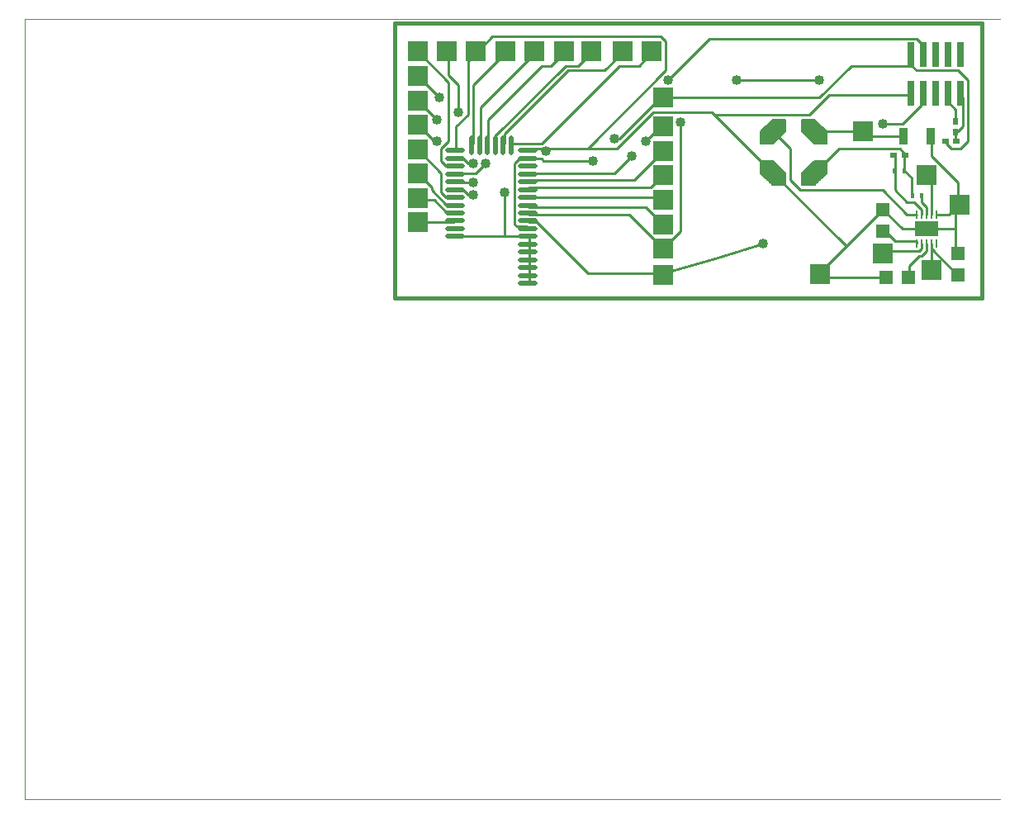
<source format=gtl>
G75*
%MOIN*%
%OFA0B0*%
%FSLAX25Y25*%
%IPPOS*%
%LPD*%
%AMOC8*
5,1,8,0,0,1.08239X$1,22.5*
%
%ADD10C,0.00000*%
%ADD11C,0.01600*%
%ADD12R,0.05500X0.05700*%
%ADD13R,0.05700X0.05500*%
%ADD14R,0.07874X0.07874*%
%ADD15R,0.00800X0.03200*%
%ADD16R,0.09400X0.06100*%
%ADD17C,0.00500*%
%ADD18C,0.04750*%
%ADD19R,0.02953X0.09843*%
%ADD20C,0.01969*%
%ADD21R,0.03600X0.07100*%
%ADD22R,0.01800X0.02400*%
%ADD23R,0.02600X0.02400*%
%ADD24R,0.02400X0.02600*%
%ADD25C,0.01000*%
%ADD26C,0.04000*%
D10*
X0001000Y0001000D02*
X0001000Y0315961D01*
X0394701Y0315961D01*
X0394701Y0001000D02*
X0001000Y0001000D01*
D11*
X0150606Y0203362D02*
X0387614Y0203362D01*
X0387614Y0314386D01*
X0150606Y0314386D01*
X0150606Y0203362D01*
D12*
X0347457Y0230458D03*
X0347457Y0239258D03*
X0377772Y0221542D03*
X0377772Y0212742D03*
D13*
X0357762Y0211630D03*
X0348962Y0211630D03*
D14*
X0347457Y0221472D03*
X0367142Y0214780D03*
X0378559Y0241157D03*
X0365173Y0252969D03*
X0339583Y0270685D03*
X0322260Y0213205D03*
X0258874Y0212811D03*
X0258874Y0223441D03*
X0258874Y0233283D03*
X0258874Y0243126D03*
X0258874Y0252969D03*
X0258874Y0262811D03*
X0258874Y0272654D03*
X0258874Y0284465D03*
X0254150Y0302969D03*
X0242339Y0302969D03*
X0229740Y0302969D03*
X0218717Y0302969D03*
X0206906Y0302969D03*
X0195094Y0302969D03*
X0183283Y0302969D03*
X0171472Y0302969D03*
X0159661Y0302969D03*
X0159661Y0293126D03*
X0159661Y0283283D03*
X0159661Y0273441D03*
X0159661Y0263598D03*
X0159661Y0253756D03*
X0159661Y0243913D03*
X0159661Y0234071D03*
D15*
X0361273Y0237015D03*
X0363173Y0237015D03*
X0365173Y0237015D03*
X0367173Y0237015D03*
X0369073Y0237015D03*
X0369073Y0225615D03*
X0367173Y0225615D03*
X0365173Y0225615D03*
X0363173Y0225615D03*
X0361273Y0225615D03*
D16*
X0365173Y0231315D03*
D17*
X0324819Y0253953D02*
X0319898Y0249031D01*
X0314976Y0249031D01*
X0314976Y0253953D01*
X0319898Y0258874D01*
X0324819Y0258874D01*
X0324819Y0253953D01*
X0324819Y0254244D02*
X0315267Y0254244D01*
X0314976Y0253745D02*
X0324611Y0253745D01*
X0324113Y0253247D02*
X0314976Y0253247D01*
X0314976Y0252748D02*
X0323614Y0252748D01*
X0323116Y0252250D02*
X0314976Y0252250D01*
X0314976Y0251751D02*
X0322617Y0251751D01*
X0322119Y0251253D02*
X0314976Y0251253D01*
X0314976Y0250754D02*
X0321620Y0250754D01*
X0321122Y0250256D02*
X0314976Y0250256D01*
X0314976Y0249757D02*
X0320623Y0249757D01*
X0320125Y0249259D02*
X0314976Y0249259D01*
X0315766Y0254742D02*
X0324819Y0254742D01*
X0324819Y0255241D02*
X0316264Y0255241D01*
X0316763Y0255739D02*
X0324819Y0255739D01*
X0324819Y0256238D02*
X0317261Y0256238D01*
X0317760Y0256736D02*
X0324819Y0256736D01*
X0324819Y0257235D02*
X0318258Y0257235D01*
X0318757Y0257733D02*
X0324819Y0257733D01*
X0324819Y0258232D02*
X0319255Y0258232D01*
X0319754Y0258730D02*
X0324819Y0258730D01*
X0324819Y0265764D02*
X0319898Y0265764D01*
X0314976Y0270685D01*
X0314976Y0275606D01*
X0319898Y0275606D01*
X0324819Y0270685D01*
X0324819Y0265764D01*
X0324819Y0266208D02*
X0319453Y0266208D01*
X0318955Y0266707D02*
X0324819Y0266707D01*
X0324819Y0267205D02*
X0318456Y0267205D01*
X0317958Y0267704D02*
X0324819Y0267704D01*
X0324819Y0268202D02*
X0317459Y0268202D01*
X0316961Y0268701D02*
X0324819Y0268701D01*
X0324819Y0269199D02*
X0316462Y0269199D01*
X0315964Y0269698D02*
X0324819Y0269698D01*
X0324819Y0270196D02*
X0315465Y0270196D01*
X0314976Y0270695D02*
X0324809Y0270695D01*
X0324311Y0271193D02*
X0314976Y0271193D01*
X0314976Y0271692D02*
X0323812Y0271692D01*
X0323314Y0272190D02*
X0314976Y0272190D01*
X0314976Y0272689D02*
X0322815Y0272689D01*
X0322317Y0273187D02*
X0314976Y0273187D01*
X0314976Y0273686D02*
X0321818Y0273686D01*
X0321320Y0274184D02*
X0314976Y0274184D01*
X0314976Y0274683D02*
X0320821Y0274683D01*
X0320323Y0275181D02*
X0314976Y0275181D01*
X0308087Y0275181D02*
X0302740Y0275181D01*
X0303165Y0275606D02*
X0308087Y0275606D01*
X0308087Y0270685D01*
X0303165Y0265764D01*
X0298244Y0265764D01*
X0298244Y0270685D01*
X0303165Y0275606D01*
X0302242Y0274683D02*
X0308087Y0274683D01*
X0308087Y0274184D02*
X0301743Y0274184D01*
X0301245Y0273686D02*
X0308087Y0273686D01*
X0308087Y0273187D02*
X0300746Y0273187D01*
X0300248Y0272689D02*
X0308087Y0272689D01*
X0308087Y0272190D02*
X0299749Y0272190D01*
X0299251Y0271692D02*
X0308087Y0271692D01*
X0308087Y0271193D02*
X0298752Y0271193D01*
X0298254Y0270695D02*
X0308087Y0270695D01*
X0307598Y0270196D02*
X0298244Y0270196D01*
X0298244Y0269698D02*
X0307099Y0269698D01*
X0306601Y0269199D02*
X0298244Y0269199D01*
X0298244Y0268701D02*
X0306102Y0268701D01*
X0305604Y0268202D02*
X0298244Y0268202D01*
X0298244Y0267704D02*
X0305105Y0267704D01*
X0304607Y0267205D02*
X0298244Y0267205D01*
X0298244Y0266707D02*
X0304108Y0266707D01*
X0303610Y0266208D02*
X0298244Y0266208D01*
X0298244Y0258874D02*
X0303165Y0258874D01*
X0308087Y0253953D01*
X0308087Y0249031D01*
X0303165Y0249031D01*
X0298244Y0253953D01*
X0298244Y0258874D01*
X0298244Y0258730D02*
X0303309Y0258730D01*
X0303808Y0258232D02*
X0298244Y0258232D01*
X0298244Y0257733D02*
X0304306Y0257733D01*
X0304805Y0257235D02*
X0298244Y0257235D01*
X0298244Y0256736D02*
X0305303Y0256736D01*
X0305802Y0256238D02*
X0298244Y0256238D01*
X0298244Y0255739D02*
X0306300Y0255739D01*
X0306799Y0255241D02*
X0298244Y0255241D01*
X0298244Y0254742D02*
X0307297Y0254742D01*
X0307796Y0254244D02*
X0298244Y0254244D01*
X0298452Y0253745D02*
X0308087Y0253745D01*
X0308087Y0253247D02*
X0298950Y0253247D01*
X0299449Y0252748D02*
X0308087Y0252748D01*
X0308087Y0252250D02*
X0299947Y0252250D01*
X0300446Y0251751D02*
X0308087Y0251751D01*
X0308087Y0251253D02*
X0300944Y0251253D01*
X0301443Y0250754D02*
X0308087Y0250754D01*
X0308087Y0250256D02*
X0301941Y0250256D01*
X0302440Y0249757D02*
X0308087Y0249757D01*
X0308087Y0249259D02*
X0302938Y0249259D01*
D18*
X0303165Y0253953D03*
X0319898Y0253953D03*
X0319898Y0270685D03*
X0303165Y0270685D03*
D19*
X0358874Y0286039D03*
X0363874Y0286039D03*
X0368874Y0286039D03*
X0373874Y0286039D03*
X0378874Y0286039D03*
X0378874Y0301787D03*
X0373874Y0301787D03*
X0368874Y0301787D03*
X0363874Y0301787D03*
X0358874Y0301787D03*
D20*
X0201216Y0262978D02*
X0201216Y0262978D01*
X0207122Y0262978D01*
X0207122Y0262978D01*
X0201216Y0262978D01*
X0201216Y0259829D02*
X0201216Y0259829D01*
X0207122Y0259829D01*
X0207122Y0259829D01*
X0201216Y0259829D01*
X0201216Y0256679D02*
X0201216Y0256679D01*
X0207122Y0256679D01*
X0207122Y0256679D01*
X0201216Y0256679D01*
X0201216Y0253530D02*
X0201216Y0253530D01*
X0207122Y0253530D01*
X0207122Y0253530D01*
X0201216Y0253530D01*
X0201216Y0250380D02*
X0201216Y0250380D01*
X0207122Y0250380D01*
X0207122Y0250380D01*
X0201216Y0250380D01*
X0201216Y0247230D02*
X0201216Y0247230D01*
X0207122Y0247230D01*
X0207122Y0247230D01*
X0201216Y0247230D01*
X0201216Y0244081D02*
X0201216Y0244081D01*
X0207122Y0244081D01*
X0207122Y0244081D01*
X0201216Y0244081D01*
X0201216Y0240931D02*
X0201216Y0240931D01*
X0207122Y0240931D01*
X0207122Y0240931D01*
X0201216Y0240931D01*
X0201216Y0237781D02*
X0201216Y0237781D01*
X0207122Y0237781D01*
X0207122Y0237781D01*
X0201216Y0237781D01*
X0201216Y0234632D02*
X0201216Y0234632D01*
X0207122Y0234632D01*
X0207122Y0234632D01*
X0201216Y0234632D01*
X0201216Y0231482D02*
X0201216Y0231482D01*
X0207122Y0231482D01*
X0207122Y0231482D01*
X0201216Y0231482D01*
X0201216Y0228333D02*
X0201216Y0228333D01*
X0207122Y0228333D01*
X0207122Y0228333D01*
X0201216Y0228333D01*
X0201216Y0225183D02*
X0201216Y0225183D01*
X0207122Y0225183D01*
X0207122Y0225183D01*
X0201216Y0225183D01*
X0201216Y0222033D02*
X0201216Y0222033D01*
X0207122Y0222033D01*
X0207122Y0222033D01*
X0201216Y0222033D01*
X0201216Y0218884D02*
X0201216Y0218884D01*
X0207122Y0218884D01*
X0207122Y0218884D01*
X0201216Y0218884D01*
X0201216Y0215734D02*
X0201216Y0215734D01*
X0207122Y0215734D01*
X0207122Y0215734D01*
X0201216Y0215734D01*
X0201216Y0212585D02*
X0201216Y0212585D01*
X0207122Y0212585D01*
X0207122Y0212585D01*
X0201216Y0212585D01*
X0201216Y0209435D02*
X0201216Y0209435D01*
X0207122Y0209435D01*
X0207122Y0209435D01*
X0201216Y0209435D01*
X0171886Y0228333D02*
X0171886Y0228333D01*
X0177792Y0228333D01*
X0177792Y0228333D01*
X0171886Y0228333D01*
X0171886Y0231482D02*
X0171886Y0231482D01*
X0177792Y0231482D01*
X0177792Y0231482D01*
X0171886Y0231482D01*
X0171886Y0234632D02*
X0171886Y0234632D01*
X0177792Y0234632D01*
X0177792Y0234632D01*
X0171886Y0234632D01*
X0171886Y0237781D02*
X0171886Y0237781D01*
X0177792Y0237781D01*
X0177792Y0237781D01*
X0171886Y0237781D01*
X0171886Y0240931D02*
X0171886Y0240931D01*
X0177792Y0240931D01*
X0177792Y0240931D01*
X0171886Y0240931D01*
X0171886Y0244081D02*
X0171886Y0244081D01*
X0177792Y0244081D01*
X0177792Y0244081D01*
X0171886Y0244081D01*
X0171886Y0247230D02*
X0171886Y0247230D01*
X0177792Y0247230D01*
X0177792Y0247230D01*
X0171886Y0247230D01*
X0171886Y0250380D02*
X0171886Y0250380D01*
X0177792Y0250380D01*
X0177792Y0250380D01*
X0171886Y0250380D01*
X0171886Y0253530D02*
X0171886Y0253530D01*
X0177792Y0253530D01*
X0177792Y0253530D01*
X0171886Y0253530D01*
X0171886Y0256679D02*
X0171886Y0256679D01*
X0177792Y0256679D01*
X0177792Y0256679D01*
X0171886Y0256679D01*
X0171886Y0259829D02*
X0171886Y0259829D01*
X0177792Y0259829D01*
X0177792Y0259829D01*
X0171886Y0259829D01*
X0171886Y0262978D02*
X0171886Y0262978D01*
X0177792Y0262978D01*
X0177792Y0262978D01*
X0171886Y0262978D01*
X0181630Y0268097D02*
X0181630Y0268097D01*
X0181630Y0262191D01*
X0181630Y0262191D01*
X0181630Y0268097D01*
X0181630Y0264159D02*
X0181630Y0264159D01*
X0181630Y0266127D02*
X0181630Y0266127D01*
X0181630Y0268095D02*
X0181630Y0268095D01*
X0184780Y0268097D02*
X0184780Y0268097D01*
X0184780Y0262191D01*
X0184780Y0262191D01*
X0184780Y0268097D01*
X0184780Y0264159D02*
X0184780Y0264159D01*
X0184780Y0266127D02*
X0184780Y0266127D01*
X0184780Y0268095D02*
X0184780Y0268095D01*
X0187929Y0268097D02*
X0187929Y0268097D01*
X0187929Y0262191D01*
X0187929Y0262191D01*
X0187929Y0268097D01*
X0187929Y0264159D02*
X0187929Y0264159D01*
X0187929Y0266127D02*
X0187929Y0266127D01*
X0187929Y0268095D02*
X0187929Y0268095D01*
X0191079Y0262191D02*
X0191079Y0262191D01*
X0191079Y0268097D01*
X0191079Y0268097D01*
X0191079Y0262191D01*
X0191079Y0264159D02*
X0191079Y0264159D01*
X0191079Y0266127D02*
X0191079Y0266127D01*
X0191079Y0268095D02*
X0191079Y0268095D01*
X0194228Y0262191D02*
X0194228Y0262191D01*
X0194228Y0268097D01*
X0194228Y0268097D01*
X0194228Y0262191D01*
X0194228Y0264159D02*
X0194228Y0264159D01*
X0194228Y0266127D02*
X0194228Y0266127D01*
X0194228Y0268095D02*
X0194228Y0268095D01*
X0197378Y0262191D02*
X0197378Y0262191D01*
X0197378Y0268097D01*
X0197378Y0268097D01*
X0197378Y0262191D01*
X0197378Y0264159D02*
X0197378Y0264159D01*
X0197378Y0266127D02*
X0197378Y0266127D01*
X0197378Y0268095D02*
X0197378Y0268095D01*
D21*
X0355736Y0268717D03*
X0366736Y0268717D03*
D22*
X0356050Y0254937D03*
X0352250Y0254937D03*
X0359336Y0244701D03*
X0363136Y0244701D03*
D23*
X0356450Y0261236D03*
X0351850Y0261236D03*
X0372716Y0266748D03*
X0377316Y0266748D03*
D24*
X0376984Y0270354D03*
X0376984Y0274954D03*
D25*
X0376984Y0279543D01*
X0374031Y0282496D01*
X0374031Y0285449D01*
X0373874Y0286039D01*
X0378874Y0286039D02*
X0378953Y0285449D01*
X0379937Y0284465D01*
X0379937Y0272654D01*
X0377969Y0270685D01*
X0376984Y0270685D01*
X0376984Y0270354D01*
X0376984Y0266748D01*
X0377316Y0266748D01*
X0378953Y0263795D02*
X0375016Y0263795D01*
X0373047Y0265764D01*
X0373047Y0266748D01*
X0372716Y0266748D01*
X0378953Y0263795D02*
X0381906Y0266748D01*
X0381906Y0291354D01*
X0377969Y0295291D01*
X0361236Y0295291D01*
X0359268Y0297260D01*
X0358874Y0301787D01*
X0359268Y0301197D01*
X0359268Y0297260D01*
X0334661Y0297260D01*
X0321866Y0284465D01*
X0258874Y0284465D01*
X0257890Y0284465D01*
X0241157Y0267732D01*
X0239189Y0267732D01*
X0240173Y0263795D02*
X0254937Y0278559D01*
X0278559Y0278559D01*
X0279543Y0277575D01*
X0317929Y0277575D01*
X0325803Y0285449D01*
X0358283Y0285449D01*
X0358874Y0286039D01*
X0363205Y0285449D02*
X0363874Y0286039D01*
X0363205Y0285449D02*
X0363205Y0281512D01*
X0355331Y0273638D01*
X0347457Y0273638D01*
X0341551Y0268717D02*
X0339583Y0270685D01*
X0319898Y0270685D01*
X0310055Y0263795D02*
X0303165Y0270685D01*
X0310055Y0263795D02*
X0310055Y0251000D01*
X0313992Y0247063D01*
X0347457Y0247063D01*
X0357299Y0237220D01*
X0361236Y0237220D01*
X0361273Y0237015D01*
X0363173Y0237015D02*
X0363205Y0237220D01*
X0363205Y0239189D01*
X0360252Y0242142D01*
X0357299Y0242142D01*
X0352378Y0247063D01*
X0352378Y0254937D01*
X0352250Y0254937D01*
X0352378Y0254937D02*
X0352378Y0260843D01*
X0351850Y0261236D01*
X0354346Y0263795D02*
X0329740Y0263795D01*
X0319898Y0253953D01*
X0303165Y0253953D02*
X0332693Y0224425D01*
X0347457Y0239189D01*
X0347457Y0239258D01*
X0347457Y0239189D02*
X0355331Y0231315D01*
X0365173Y0231315D01*
X0376984Y0231315D01*
X0376984Y0222457D01*
X0377772Y0221542D01*
X0376984Y0213598D02*
X0377772Y0212742D01*
X0376984Y0213598D02*
X0367142Y0223441D01*
X0367142Y0225409D01*
X0367173Y0225615D01*
X0365173Y0225615D02*
X0365173Y0222457D01*
X0363205Y0220488D01*
X0362220Y0220488D01*
X0358283Y0216551D01*
X0358283Y0211630D01*
X0357762Y0211630D01*
X0348962Y0211630D02*
X0323835Y0211630D01*
X0322260Y0213205D01*
X0321866Y0213598D01*
X0332693Y0224425D01*
X0347457Y0221472D02*
X0348441Y0222457D01*
X0362220Y0222457D01*
X0363205Y0223441D01*
X0363205Y0225409D01*
X0363173Y0225615D01*
X0361273Y0225615D02*
X0361236Y0226394D01*
X0352378Y0226394D01*
X0347457Y0231315D01*
X0347457Y0230458D01*
X0363205Y0242142D02*
X0365173Y0240173D01*
X0365173Y0237015D01*
X0367142Y0237220D02*
X0367173Y0237015D01*
X0367142Y0237220D02*
X0367142Y0251000D01*
X0365173Y0252969D01*
X0359268Y0251984D02*
X0359268Y0245094D01*
X0359336Y0244701D01*
X0363136Y0244701D02*
X0363205Y0244110D01*
X0363205Y0242142D01*
X0369110Y0237220D02*
X0369073Y0237015D01*
X0369110Y0237220D02*
X0374031Y0237220D01*
X0376984Y0240173D01*
X0378559Y0241157D01*
X0377969Y0241157D01*
X0377969Y0250016D01*
X0367142Y0260843D01*
X0367142Y0268717D01*
X0366736Y0268717D01*
X0356315Y0261827D02*
X0356450Y0261236D01*
X0356315Y0260843D01*
X0356315Y0254937D01*
X0356050Y0254937D01*
X0356315Y0254937D02*
X0359268Y0251984D01*
X0356315Y0261827D02*
X0354346Y0263795D01*
X0355736Y0268717D02*
X0341551Y0268717D01*
X0321866Y0291354D02*
X0288402Y0291354D01*
X0279543Y0277575D02*
X0303165Y0253953D01*
X0299228Y0225409D02*
X0280921Y0219898D01*
X0258874Y0213598D01*
X0258874Y0212811D01*
X0258874Y0213598D02*
X0228362Y0213598D01*
X0207693Y0234268D01*
X0204740Y0234268D01*
X0204169Y0234632D01*
X0203756Y0232299D02*
X0199819Y0232299D01*
X0198835Y0233283D01*
X0198835Y0257890D01*
X0200803Y0259858D01*
X0203756Y0259858D01*
X0204169Y0259829D01*
X0204740Y0259858D01*
X0209661Y0259858D01*
X0210646Y0258874D01*
X0230331Y0258874D01*
X0228362Y0263795D02*
X0259858Y0295291D01*
X0259858Y0307102D01*
X0257890Y0309071D01*
X0189976Y0309071D01*
X0184071Y0303165D01*
X0183283Y0302969D01*
X0183087Y0302181D01*
X0180134Y0299228D01*
X0180134Y0277575D01*
X0175213Y0272654D01*
X0175213Y0263795D01*
X0174839Y0262978D01*
X0175213Y0259858D02*
X0174839Y0259829D01*
X0175213Y0259858D02*
X0178165Y0259858D01*
X0180134Y0257890D01*
X0182102Y0257890D01*
X0183087Y0253953D02*
X0175213Y0253953D01*
X0174839Y0253530D01*
X0174839Y0256679D02*
X0174228Y0256906D01*
X0171276Y0256906D01*
X0169307Y0258874D01*
X0169307Y0263795D01*
X0172260Y0266748D01*
X0172260Y0290370D01*
X0159661Y0302969D01*
X0159661Y0293126D02*
X0168323Y0284465D01*
X0159661Y0283283D02*
X0167339Y0275606D01*
X0159661Y0273441D02*
X0166354Y0266748D01*
X0167339Y0266748D01*
X0159661Y0263598D02*
X0169307Y0253953D01*
X0169307Y0246079D01*
X0171276Y0244110D01*
X0174228Y0244110D01*
X0174839Y0244081D01*
X0174228Y0241157D02*
X0171276Y0241157D01*
X0165370Y0247063D01*
X0165370Y0248047D01*
X0159661Y0253756D01*
X0159661Y0243913D02*
X0160449Y0243126D01*
X0166354Y0243126D01*
X0171276Y0238205D01*
X0174228Y0238205D01*
X0174839Y0237781D01*
X0174839Y0234632D02*
X0174228Y0234268D01*
X0160449Y0234268D01*
X0159661Y0234071D01*
X0174228Y0241157D02*
X0174839Y0240931D01*
X0175213Y0247063D02*
X0174839Y0247230D01*
X0175213Y0247063D02*
X0178165Y0247063D01*
X0180134Y0245094D01*
X0182102Y0245094D01*
X0182102Y0250016D02*
X0175213Y0250016D01*
X0174839Y0250380D01*
X0183087Y0253953D02*
X0187024Y0257890D01*
X0187929Y0265144D02*
X0188008Y0265764D01*
X0188008Y0275606D01*
X0209661Y0297260D01*
X0213598Y0297260D01*
X0218520Y0302181D01*
X0218717Y0302969D01*
X0219504Y0297260D02*
X0224425Y0297260D01*
X0229346Y0302181D01*
X0229740Y0302969D01*
X0235252Y0295291D02*
X0242142Y0302181D01*
X0242339Y0302969D01*
X0241157Y0297260D02*
X0249031Y0297260D01*
X0253953Y0302181D01*
X0254150Y0302969D01*
X0260843Y0291354D02*
X0277575Y0308087D01*
X0361236Y0308087D01*
X0363205Y0306118D01*
X0363205Y0302181D01*
X0363874Y0301787D01*
X0377969Y0241157D02*
X0376984Y0240173D01*
X0376984Y0231315D01*
X0367142Y0223441D02*
X0367142Y0214780D01*
X0265764Y0230331D02*
X0258874Y0223441D01*
X0245094Y0237220D01*
X0204740Y0237220D01*
X0204169Y0237781D01*
X0204740Y0240173D02*
X0204169Y0240931D01*
X0204740Y0240173D02*
X0251984Y0240173D01*
X0258874Y0233283D01*
X0265764Y0230331D02*
X0265764Y0274622D01*
X0258874Y0272654D02*
X0257890Y0272654D01*
X0251984Y0266748D01*
X0258874Y0262811D02*
X0247063Y0251000D01*
X0204740Y0251000D01*
X0204169Y0250380D01*
X0204740Y0248047D02*
X0204169Y0247230D01*
X0204740Y0248047D02*
X0253953Y0248047D01*
X0258874Y0252969D01*
X0257890Y0244110D02*
X0258874Y0243126D01*
X0257890Y0244110D02*
X0204740Y0244110D01*
X0204169Y0244081D01*
X0204169Y0253530D02*
X0204740Y0253953D01*
X0239189Y0253953D01*
X0246079Y0260843D01*
X0240173Y0263795D02*
X0228362Y0263795D01*
X0211630Y0263795D01*
X0211630Y0262811D01*
X0211630Y0263795D02*
X0204740Y0263795D01*
X0204169Y0262978D01*
X0209661Y0265764D02*
X0197850Y0265764D01*
X0197378Y0265144D01*
X0194898Y0265764D02*
X0194228Y0265144D01*
X0194898Y0265764D02*
X0194898Y0269701D01*
X0220488Y0295291D01*
X0235252Y0295291D01*
X0241157Y0297260D02*
X0209661Y0265764D01*
X0191079Y0265144D02*
X0190961Y0265764D01*
X0190961Y0268717D01*
X0219504Y0297260D01*
X0206709Y0302181D02*
X0206906Y0302969D01*
X0206709Y0302181D02*
X0185055Y0280528D01*
X0185055Y0265764D01*
X0184780Y0265144D01*
X0182102Y0265764D02*
X0181630Y0265144D01*
X0182102Y0265764D02*
X0182102Y0289386D01*
X0194898Y0302181D01*
X0195094Y0302969D01*
X0176197Y0289386D02*
X0176197Y0278559D01*
X0176197Y0289386D02*
X0172260Y0293323D01*
X0172260Y0302181D01*
X0171472Y0302969D01*
X0194898Y0246079D02*
X0194898Y0228362D01*
X0175213Y0228362D01*
X0174839Y0228333D01*
X0194898Y0228362D02*
X0203756Y0228362D01*
X0204169Y0228333D01*
X0204740Y0227378D01*
X0204740Y0225409D01*
X0204169Y0225183D01*
X0204740Y0224425D01*
X0204740Y0222457D01*
X0204169Y0222033D01*
X0204740Y0221472D01*
X0204740Y0219504D01*
X0204169Y0218884D01*
X0204740Y0218520D01*
X0204740Y0216551D01*
X0204169Y0215734D01*
X0204740Y0215567D01*
X0204740Y0212614D01*
X0204169Y0212585D01*
X0204740Y0211630D01*
X0204740Y0209661D01*
X0204169Y0209435D01*
X0204169Y0231482D02*
X0203756Y0232299D01*
D26*
X0194898Y0246079D03*
X0182102Y0245094D03*
X0182102Y0250016D03*
X0182102Y0257890D03*
X0187024Y0257890D03*
X0167339Y0266748D03*
X0167339Y0275606D03*
X0176197Y0278559D03*
X0168323Y0284465D03*
X0211630Y0262811D03*
X0230331Y0258874D03*
X0239189Y0267732D03*
X0246079Y0260843D03*
X0251984Y0266748D03*
X0265764Y0274622D03*
X0260843Y0291354D03*
X0288402Y0291354D03*
X0321866Y0291354D03*
X0347457Y0273638D03*
X0299228Y0225409D03*
M02*

</source>
